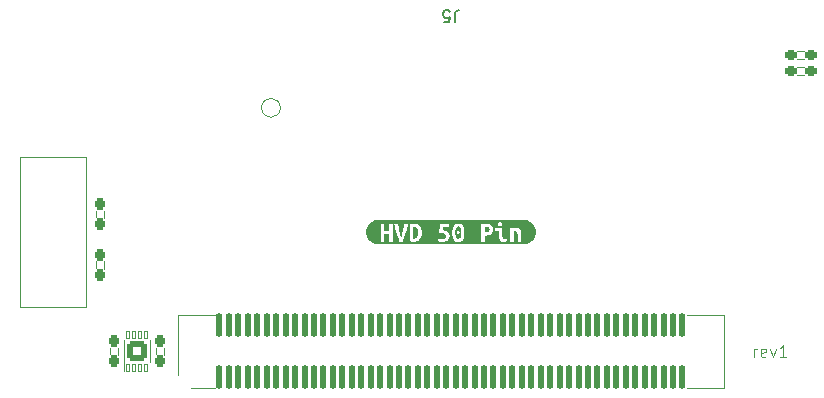
<source format=gto>
G04 #@! TF.GenerationSoftware,KiCad,Pcbnew,8.0.6*
G04 #@! TF.CreationDate,2024-11-07T02:26:42-08:00*
G04 #@! TF.ProjectId,hvd-50-hd,6876642d-3530-42d6-9864-2e6b69636164,1*
G04 #@! TF.SameCoordinates,Original*
G04 #@! TF.FileFunction,Legend,Top*
G04 #@! TF.FilePolarity,Positive*
%FSLAX46Y46*%
G04 Gerber Fmt 4.6, Leading zero omitted, Abs format (unit mm)*
G04 Created by KiCad (PCBNEW 8.0.6) date 2024-11-07 02:26:42*
%MOMM*%
%LPD*%
G01*
G04 APERTURE LIST*
G04 Aperture macros list*
%AMRoundRect*
0 Rectangle with rounded corners*
0 $1 Rounding radius*
0 $2 $3 $4 $5 $6 $7 $8 $9 X,Y pos of 4 corners*
0 Add a 4 corners polygon primitive as box body*
4,1,4,$2,$3,$4,$5,$6,$7,$8,$9,$2,$3,0*
0 Add four circle primitives for the rounded corners*
1,1,$1+$1,$2,$3*
1,1,$1+$1,$4,$5*
1,1,$1+$1,$6,$7*
1,1,$1+$1,$8,$9*
0 Add four rect primitives between the rounded corners*
20,1,$1+$1,$2,$3,$4,$5,0*
20,1,$1+$1,$4,$5,$6,$7,0*
20,1,$1+$1,$6,$7,$8,$9,0*
20,1,$1+$1,$8,$9,$2,$3,0*%
G04 Aperture macros list end*
%ADD10C,0.100000*%
%ADD11C,0.150000*%
%ADD12C,0.120000*%
%ADD13C,0.000000*%
%ADD14C,0.800000*%
%ADD15C,1.200000*%
%ADD16RoundRect,0.125000X0.125000X0.925000X-0.125000X0.925000X-0.125000X-0.925000X0.125000X-0.925000X0*%
%ADD17RoundRect,0.225000X0.225000X-0.275000X0.225000X0.275000X-0.225000X0.275000X-0.225000X-0.275000X0*%
%ADD18RoundRect,0.225000X-0.225000X0.275000X-0.225000X-0.275000X0.225000X-0.275000X0.225000X0.275000X0*%
%ADD19C,6.500000*%
%ADD20RoundRect,0.225000X0.275000X0.225000X-0.275000X0.225000X-0.275000X-0.225000X0.275000X-0.225000X0*%
%ADD21RoundRect,0.225000X-0.275000X-0.225000X0.275000X-0.225000X0.275000X0.225000X-0.275000X0.225000X0*%
%ADD22C,1.300000*%
%ADD23C,4.200000*%
%ADD24RoundRect,0.062500X0.137500X-0.287500X0.137500X0.287500X-0.137500X0.287500X-0.137500X-0.287500X0*%
%ADD25RoundRect,0.265625X0.584375X-0.584375X0.584375X0.584375X-0.584375X0.584375X-0.584375X-0.584375X0*%
%ADD26C,2.300000*%
%ADD27C,2.700000*%
%ADD28C,1.950000*%
G04 APERTURE END LIST*
D10*
X-11857143Y3542581D02*
X-11857143Y4209248D01*
X-11857143Y4018772D02*
X-11809524Y4114010D01*
X-11809524Y4114010D02*
X-11761905Y4161629D01*
X-11761905Y4161629D02*
X-11666667Y4209248D01*
X-11666667Y4209248D02*
X-11571429Y4209248D01*
X-10857143Y3590200D02*
X-10952381Y3542581D01*
X-10952381Y3542581D02*
X-11142857Y3542581D01*
X-11142857Y3542581D02*
X-11238095Y3590200D01*
X-11238095Y3590200D02*
X-11285714Y3685439D01*
X-11285714Y3685439D02*
X-11285714Y4066391D01*
X-11285714Y4066391D02*
X-11238095Y4161629D01*
X-11238095Y4161629D02*
X-11142857Y4209248D01*
X-11142857Y4209248D02*
X-10952381Y4209248D01*
X-10952381Y4209248D02*
X-10857143Y4161629D01*
X-10857143Y4161629D02*
X-10809524Y4066391D01*
X-10809524Y4066391D02*
X-10809524Y3971153D01*
X-10809524Y3971153D02*
X-11285714Y3875915D01*
X-10476190Y4209248D02*
X-10238095Y3542581D01*
X-10238095Y3542581D02*
X-10000000Y4209248D01*
X-9095238Y3542581D02*
X-9666666Y3542581D01*
X-9380952Y3542581D02*
X-9380952Y4542581D01*
X-9380952Y4542581D02*
X-9476190Y4399724D01*
X-9476190Y4399724D02*
X-9571428Y4304486D01*
X-9571428Y4304486D02*
X-9666666Y4256867D01*
D11*
X-37166667Y31854820D02*
X-37166667Y32569105D01*
X-37166667Y32569105D02*
X-37119048Y32711962D01*
X-37119048Y32711962D02*
X-37023810Y32807200D01*
X-37023810Y32807200D02*
X-36880953Y32854820D01*
X-36880953Y32854820D02*
X-36785715Y32854820D01*
X-38119048Y31854820D02*
X-37642858Y31854820D01*
X-37642858Y31854820D02*
X-37595239Y32331010D01*
X-37595239Y32331010D02*
X-37642858Y32283391D01*
X-37642858Y32283391D02*
X-37738096Y32235772D01*
X-37738096Y32235772D02*
X-37976191Y32235772D01*
X-37976191Y32235772D02*
X-38071429Y32283391D01*
X-38071429Y32283391D02*
X-38119048Y32331010D01*
X-38119048Y32331010D02*
X-38166667Y32426248D01*
X-38166667Y32426248D02*
X-38166667Y32664343D01*
X-38166667Y32664343D02*
X-38119048Y32759581D01*
X-38119048Y32759581D02*
X-38071429Y32807200D01*
X-38071429Y32807200D02*
X-37976191Y32854820D01*
X-37976191Y32854820D02*
X-37738096Y32854820D01*
X-37738096Y32854820D02*
X-37642858Y32807200D01*
X-37642858Y32807200D02*
X-37595239Y32759581D01*
D12*
G04 #@! TO.C,J1*
X-60600001Y7100000D02*
X-60600000Y2000000D01*
X-60600001Y7100000D02*
X-57500001Y7100000D01*
X-59500000Y900000D02*
X-57500001Y900000D01*
X-17499999Y7100000D02*
X-14399999Y7100000D01*
X-17499999Y900000D02*
X-14399999Y900000D01*
X-14399999Y7100000D02*
X-14399999Y900000D01*
D10*
G04 #@! TO.C,R3*
X-67549999Y11600000D02*
X-67549999Y11000000D01*
X-66850001Y11000000D02*
X-66850001Y11600000D01*
G04 #@! TO.C,R2*
X-67549999Y15900000D02*
X-67549999Y15300000D01*
X-66850001Y15300000D02*
X-66850001Y15900000D01*
D13*
G04 #@! TO.C,kibuzzard-672C6174*
G36*
X-34376111Y14531038D02*
G01*
X-34292811Y14490145D01*
X-34239196Y14416539D01*
X-34221325Y14304766D01*
X-34239499Y14186935D01*
X-34294023Y14109693D01*
X-34384289Y14066983D01*
X-34509693Y14052746D01*
X-34630856Y14052746D01*
X-34630856Y14537399D01*
X-34556947Y14543457D01*
X-34483037Y14544669D01*
X-34376111Y14531038D01*
G37*
G36*
X-40439418Y14502262D02*
G01*
X-40340065Y14389580D01*
X-40289176Y14227221D01*
X-40274637Y14038207D01*
X-40279180Y13931280D01*
X-40292811Y13833441D01*
X-40353393Y13672294D01*
X-40464863Y13565670D01*
X-40635703Y13526898D01*
X-40662359Y13526898D01*
X-40689015Y13529321D01*
X-40689015Y14537399D01*
X-40645396Y14543457D01*
X-40601777Y14544669D01*
X-40439418Y14502262D01*
G37*
G36*
X-36768477Y14532855D02*
G01*
X-36689418Y14431987D01*
X-36653743Y14328729D01*
X-36632337Y14198277D01*
X-36625202Y14040630D01*
X-36632337Y13881637D01*
X-36653743Y13750377D01*
X-36689418Y13646850D01*
X-36768477Y13545981D01*
X-36874798Y13513108D01*
X-36877221Y13512359D01*
X-36984451Y13545981D01*
X-37063813Y13646850D01*
X-37100162Y13750377D01*
X-37121971Y13881637D01*
X-37129241Y14040630D01*
X-37128123Y14064863D01*
X-37010501Y14064863D01*
X-36974152Y13952181D01*
X-36874798Y13904927D01*
X-36779079Y13952181D01*
X-36741519Y14064863D01*
X-36779079Y14178756D01*
X-36874798Y14227221D01*
X-36974152Y14178756D01*
X-37010501Y14064863D01*
X-37128123Y14064863D01*
X-37121971Y14198277D01*
X-37100162Y14328729D01*
X-37063813Y14431987D01*
X-36984451Y14532855D01*
X-36877221Y14566478D01*
X-36768477Y14532855D01*
G37*
G36*
X-31263343Y15141407D02*
G01*
X-31161761Y15126339D01*
X-31062146Y15101386D01*
X-30965455Y15066790D01*
X-30872622Y15022883D01*
X-30784539Y14970088D01*
X-30702055Y14908914D01*
X-30625964Y14839949D01*
X-30556999Y14763858D01*
X-30495825Y14681374D01*
X-30443030Y14593291D01*
X-30399123Y14500458D01*
X-30364526Y14403767D01*
X-30339574Y14304151D01*
X-30324506Y14202570D01*
X-30319467Y14100000D01*
X-30324506Y13997430D01*
X-30339574Y13895849D01*
X-30364526Y13796233D01*
X-30399123Y13699542D01*
X-30443030Y13606709D01*
X-30495825Y13518626D01*
X-30556999Y13436142D01*
X-30625964Y13360051D01*
X-30702055Y13291086D01*
X-30784539Y13229912D01*
X-30872622Y13177117D01*
X-30965455Y13133210D01*
X-31062146Y13098614D01*
X-31161761Y13073661D01*
X-31263343Y13058593D01*
X-31365913Y13053554D01*
X-31567851Y13053554D01*
X-33038772Y13053554D01*
X-34630856Y13053554D01*
X-36877221Y13053554D01*
X-38205170Y13053554D01*
X-40667205Y13053554D01*
X-41878837Y13053554D01*
X-42438611Y13053554D01*
X-43432149Y13053554D01*
X-43634087Y13053554D01*
X-43736657Y13058593D01*
X-43838239Y13073661D01*
X-43937854Y13098614D01*
X-44034545Y13133210D01*
X-44127378Y13177117D01*
X-44215461Y13229912D01*
X-44292429Y13286995D01*
X-43432149Y13286995D01*
X-43134087Y13286995D01*
X-43134087Y13948546D01*
X-42736672Y13948546D01*
X-42736672Y13286995D01*
X-42438611Y13286995D01*
X-42438611Y14786995D01*
X-42298061Y14786995D01*
X-42270194Y14651292D01*
X-42230210Y14481664D01*
X-42198169Y14354712D01*
X-42163436Y14222644D01*
X-42126010Y14085460D01*
X-42086430Y13945584D01*
X-42045234Y13805439D01*
X-42002423Y13665024D01*
X-41938813Y13465105D01*
X-41878837Y13286995D01*
X-41571082Y13286995D01*
X-41524771Y13416101D01*
X-41479537Y13548169D01*
X-41435380Y13683199D01*
X-41392973Y13818901D01*
X-41352989Y13952989D01*
X-41315428Y14085460D01*
X-41263934Y14278413D01*
X-41218498Y14462278D01*
X-41179422Y14633118D01*
X-41151094Y14767609D01*
X-40987076Y14767609D01*
X-40987076Y13303958D01*
X-40823506Y13276090D01*
X-40667205Y13267609D01*
X-40520901Y13278211D01*
X-40387318Y13310016D01*
X-40337587Y13333037D01*
X-38609855Y13333037D01*
X-38540792Y13306381D01*
X-38440226Y13280937D01*
X-38323910Y13262763D01*
X-38205170Y13255493D01*
X-38066438Y13264580D01*
X-37945880Y13291842D01*
X-37843498Y13335460D01*
X-37759289Y13393619D01*
X-37647819Y13547496D01*
X-37611470Y13740145D01*
X-37627894Y13880695D01*
X-37677167Y13998627D01*
X-37713356Y14040630D01*
X-37398223Y14040630D01*
X-37389893Y13854645D01*
X-37364903Y13694103D01*
X-37323253Y13559006D01*
X-37264943Y13449354D01*
X-37162628Y13341653D01*
X-37033387Y13277033D01*
X-36877221Y13255493D01*
X-36721055Y13277033D01*
X-36591815Y13341653D01*
X-36489499Y13449354D01*
X-36431189Y13559006D01*
X-36389540Y13694103D01*
X-36364550Y13854645D01*
X-36356220Y14040630D01*
X-36364550Y14225480D01*
X-36389540Y14385036D01*
X-36431189Y14519300D01*
X-36489499Y14628271D01*
X-36591815Y14735299D01*
X-36656842Y14767609D01*
X-34928918Y14767609D01*
X-34928918Y13286995D01*
X-34630856Y13286995D01*
X-34630856Y13793457D01*
X-34524233Y13793457D01*
X-34345046Y13806785D01*
X-34195207Y13846769D01*
X-34074717Y13913409D01*
X-33986537Y14009935D01*
X-33933630Y14139580D01*
X-33915994Y14302342D01*
X-33929416Y14425929D01*
X-33760905Y14425929D01*
X-33760905Y14178756D01*
X-33445880Y14178756D01*
X-33445880Y13759532D01*
X-33441034Y13647456D01*
X-33426494Y13548708D01*
X-33359855Y13392407D01*
X-33233845Y13294265D01*
X-33145699Y13268821D01*
X-33038772Y13260339D01*
X-32889742Y13276090D01*
X-32716478Y13335460D01*
X-32755250Y13575363D01*
X-32886107Y13530533D01*
X-32985460Y13519628D01*
X-33110258Y13569305D01*
X-33147819Y13720759D01*
X-33147819Y14389580D01*
X-32483845Y14389580D01*
X-32483845Y13286995D01*
X-32185784Y13286995D01*
X-32185784Y14181179D01*
X-32116721Y14188449D01*
X-32050081Y14190872D01*
X-31902262Y14120598D01*
X-31875000Y14027908D01*
X-31865913Y13890388D01*
X-31865913Y13286995D01*
X-31567851Y13286995D01*
X-31567851Y13929160D01*
X-31573304Y14040327D01*
X-31589661Y14141195D01*
X-31663570Y14305977D01*
X-31805331Y14412601D01*
X-31906502Y14440771D01*
X-32030695Y14450162D01*
X-32163671Y14445315D01*
X-32286349Y14430775D01*
X-32394487Y14410784D01*
X-32483845Y14389580D01*
X-33147819Y14389580D01*
X-33147819Y14425929D01*
X-33348950Y14425929D01*
X-33760905Y14425929D01*
X-33929416Y14425929D01*
X-33933495Y14463489D01*
X-33985999Y14591519D01*
X-34073506Y14686430D01*
X-34192784Y14751723D01*
X-34197863Y14753069D01*
X-33535541Y14753069D01*
X-33481018Y14614943D01*
X-33348950Y14564055D01*
X-33215670Y14614943D01*
X-33159935Y14753069D01*
X-33215670Y14893619D01*
X-33348950Y14944507D01*
X-33481018Y14893619D01*
X-33535541Y14753069D01*
X-34197863Y14753069D01*
X-34340603Y14790899D01*
X-34516963Y14803958D01*
X-34611470Y14801535D01*
X-34720517Y14795477D01*
X-34830775Y14784572D01*
X-34928918Y14767609D01*
X-36656842Y14767609D01*
X-36721055Y14799515D01*
X-36877221Y14820921D01*
X-37030964Y14799381D01*
X-37159397Y14734760D01*
X-37262520Y14627060D01*
X-37321890Y14517710D01*
X-37364297Y14383522D01*
X-37389742Y14224495D01*
X-37398223Y14040630D01*
X-37713356Y14040630D01*
X-37759289Y14093942D01*
X-37874798Y14166101D01*
X-38024233Y14214567D01*
X-38207593Y14239338D01*
X-38195477Y14377464D01*
X-38183360Y14539822D01*
X-37667205Y14539822D01*
X-37667205Y14786995D01*
X-38432956Y14786995D01*
X-38442044Y14601918D01*
X-38454766Y14410178D01*
X-38471729Y14212985D01*
X-38493538Y14011551D01*
X-38326939Y14006401D01*
X-38195477Y13990953D01*
X-38019790Y13932795D01*
X-37937399Y13843134D01*
X-37916801Y13728029D01*
X-37928918Y13648061D01*
X-37973748Y13578998D01*
X-38063409Y13529321D01*
X-38207593Y13509935D01*
X-38320880Y13515388D01*
X-38413570Y13531745D01*
X-38549273Y13580210D01*
X-38609855Y13333037D01*
X-40337587Y13333037D01*
X-40268881Y13364842D01*
X-40168013Y13444507D01*
X-40085925Y13550222D01*
X-40023829Y13683199D01*
X-39984754Y13845254D01*
X-39971729Y14038207D01*
X-39983542Y14226918D01*
X-40018982Y14385945D01*
X-40075626Y14517407D01*
X-40151050Y14623425D01*
X-40245254Y14704301D01*
X-40358239Y14760339D01*
X-40486975Y14793053D01*
X-40628433Y14803958D01*
X-40795638Y14796688D01*
X-40987076Y14767609D01*
X-41151094Y14767609D01*
X-41147011Y14786995D01*
X-41459612Y14786995D01*
X-41481422Y14660985D01*
X-41508078Y14515590D01*
X-41538368Y14358380D01*
X-41571082Y14196931D01*
X-41606220Y14034572D01*
X-41643780Y13874637D01*
X-41682553Y13724697D01*
X-41721325Y13592326D01*
X-41760400Y13726515D01*
X-41800081Y13877060D01*
X-41838853Y14036995D01*
X-41875202Y14199354D01*
X-41908825Y14360501D01*
X-41939418Y14516801D01*
X-41964863Y14661288D01*
X-41983037Y14786995D01*
X-42298061Y14786995D01*
X-42438611Y14786995D01*
X-42736672Y14786995D01*
X-42736672Y14195719D01*
X-43134087Y14195719D01*
X-43134087Y14786995D01*
X-43432149Y14786995D01*
X-43432149Y13286995D01*
X-44292429Y13286995D01*
X-44297945Y13291086D01*
X-44374036Y13360051D01*
X-44443001Y13436142D01*
X-44504175Y13518626D01*
X-44556970Y13606709D01*
X-44600877Y13699542D01*
X-44635474Y13796233D01*
X-44660426Y13895849D01*
X-44675494Y13997430D01*
X-44680533Y14100000D01*
X-44675494Y14202570D01*
X-44660426Y14304151D01*
X-44635474Y14403767D01*
X-44600877Y14500458D01*
X-44556970Y14593291D01*
X-44504175Y14681374D01*
X-44443001Y14763858D01*
X-44374036Y14839949D01*
X-44297945Y14908914D01*
X-44215461Y14970088D01*
X-44127378Y15022883D01*
X-44034545Y15066790D01*
X-43937854Y15101386D01*
X-43838239Y15126339D01*
X-43736657Y15141407D01*
X-43634087Y15146446D01*
X-43432149Y15146446D01*
X-31567851Y15146446D01*
X-31365913Y15146446D01*
X-31263343Y15141407D01*
G37*
D10*
G04 #@! TO.C,C1*
X-66399999Y3700000D02*
X-66399999Y4300000D01*
X-65700001Y4300000D02*
X-65700001Y3700000D01*
G04 #@! TO.C,R4*
X-8200000Y27400001D02*
X-7600000Y27400001D01*
X-7600000Y28099999D02*
X-8200000Y28099999D01*
G04 #@! TO.C,C2*
X-8200000Y29399999D02*
X-7600000Y29399999D01*
X-7600000Y28700001D02*
X-8200000Y28700001D01*
D12*
G04 #@! TO.C,J5*
X-51940003Y24606000D02*
G75*
G02*
X-53539999Y24606000I-799998J0D01*
G01*
X-53539999Y24606000D02*
G75*
G02*
X-51940003Y24606000I799998J0D01*
G01*
D10*
G04 #@! TO.C,R1*
X-62499999Y4300000D02*
X-62499999Y3700000D01*
X-61800001Y3700000D02*
X-61800001Y4300000D01*
G04 #@! TO.C,U1*
X-65200000Y2300000D02*
X-65200000Y4950000D01*
X-63000000Y4950000D02*
X-63000000Y3050000D01*
G04 #@! TO.C,J3*
X-68370000Y7770001D02*
X-73969999Y7770000D01*
X-73969999Y20440000D01*
X-68369999Y20440000D01*
X-68370000Y7770001D01*
G04 #@! TD*
%LPC*%
D14*
G04 #@! TO.C,J1*
X-15400000Y4000000D03*
D15*
X-59600000Y4000000D03*
D16*
X-57100000Y1800000D03*
X-57100000Y6200000D03*
X-56300000Y1800001D03*
X-56300000Y6199999D03*
X-55500000Y1800000D03*
X-55500000Y6200000D03*
X-54700001Y1800000D03*
X-54700001Y6200000D03*
X-53900000Y1800000D03*
X-53900000Y6200000D03*
X-53100000Y1800000D03*
X-53100000Y6200000D03*
X-52299999Y1800000D03*
X-52299999Y6200000D03*
X-51500000Y1800000D03*
X-51500000Y6200000D03*
X-50700000Y1800001D03*
X-50700000Y6199999D03*
X-49900000Y1800000D03*
X-49900000Y6200000D03*
X-49100000Y1800000D03*
X-49100000Y6200000D03*
X-48300000Y1800000D03*
X-48300000Y6200000D03*
X-47500000Y1800000D03*
X-47500000Y6200000D03*
X-46699999Y1800000D03*
X-46699999Y6200000D03*
X-45900000Y1800000D03*
X-45900000Y6200000D03*
X-45100000Y1800001D03*
X-45100000Y6199999D03*
X-44300000Y1800000D03*
X-44300000Y6200000D03*
X-43500000Y1800000D03*
X-43500000Y6200000D03*
X-42700000Y1800000D03*
X-42700000Y6200000D03*
X-41900000Y1800000D03*
X-41900000Y6200000D03*
X-41099999Y1800000D03*
X-41099999Y6200000D03*
X-40300000Y1800000D03*
X-40300000Y6200000D03*
X-39500000Y1800001D03*
X-39500000Y6199999D03*
X-38700000Y1800000D03*
X-38700000Y6200000D03*
X-37900000Y1800000D03*
X-37900000Y6200000D03*
X-37100000Y1800000D03*
X-37100000Y6200000D03*
X-36300000Y1800000D03*
X-36300000Y6200000D03*
X-35500000Y1800001D03*
X-35500000Y6199999D03*
X-34700000Y1800000D03*
X-34700000Y6200000D03*
X-33900001Y1800000D03*
X-33900001Y6200000D03*
X-33100000Y1800000D03*
X-33100000Y6200000D03*
X-32300000Y1800000D03*
X-32300000Y6200000D03*
X-31500000Y1800000D03*
X-31500000Y6200000D03*
X-30700000Y1800000D03*
X-30700000Y6200000D03*
X-29900000Y1800001D03*
X-29900000Y6199999D03*
X-29100000Y1800000D03*
X-29100000Y6200000D03*
X-28300001Y1800000D03*
X-28300001Y6200000D03*
X-27500000Y1800000D03*
X-27500000Y6200000D03*
X-26700000Y1800000D03*
X-26700000Y6200000D03*
X-25900000Y1800000D03*
X-25900000Y6200000D03*
X-25100000Y1800000D03*
X-25100000Y6200000D03*
X-24300000Y1800001D03*
X-24300000Y6199999D03*
X-23500000Y1800000D03*
X-23500000Y6200000D03*
X-22700001Y1800000D03*
X-22700001Y6200000D03*
X-21900000Y1800000D03*
X-21900000Y6200000D03*
X-21100000Y1800000D03*
X-21100000Y6200000D03*
X-20299999Y1800000D03*
X-20299999Y6200000D03*
X-19500000Y1800000D03*
X-19500000Y6200000D03*
X-18700000Y1800001D03*
X-18700000Y6199999D03*
X-17900000Y1800000D03*
X-17900000Y6200000D03*
G04 #@! TD*
D17*
G04 #@! TO.C,R3*
X-67200000Y10450000D03*
X-67200000Y12150000D03*
G04 #@! TD*
D18*
G04 #@! TO.C,R2*
X-67200000Y16450000D03*
X-67200000Y14750000D03*
G04 #@! TD*
D17*
G04 #@! TO.C,C1*
X-66050000Y3150000D03*
X-66050000Y4850000D03*
G04 #@! TD*
D19*
G04 #@! TO.C,H4*
X-4000000Y4000000D03*
G04 #@! TD*
D20*
G04 #@! TO.C,R4*
X-7050000Y27750000D03*
X-8750000Y27750000D03*
G04 #@! TD*
D21*
G04 #@! TO.C,C2*
X-8750000Y29050000D03*
X-7050000Y29050000D03*
G04 #@! TD*
D22*
G04 #@! TO.C,J5*
X-52740001Y24606000D03*
X-51470000Y26511001D03*
X-50200000Y24606000D03*
X-48930001Y26511001D03*
X-47659999Y24606000D03*
X-46390000Y26510998D03*
X-45119999Y24606000D03*
X-43850001Y26511001D03*
X-42579998Y24606000D03*
X-41310001Y26511001D03*
X-40039997Y24606000D03*
X-38770000Y26511001D03*
X-37500000Y24606000D03*
X-36229999Y26510998D03*
X-34959999Y24606000D03*
X-33690000Y26510998D03*
X-32419998Y24606000D03*
X-31149999Y26511001D03*
X-29880001Y24606000D03*
X-28610000Y26511001D03*
X-27340000Y24606000D03*
X-26070000Y26511001D03*
X-24799999Y24606000D03*
X-23530000Y26510998D03*
X-22259999Y24606000D03*
X-52740002Y28416000D03*
X-51470000Y30320999D03*
X-50200002Y28415999D03*
X-48929998Y30320999D03*
X-47660000Y28415999D03*
X-46389999Y30320999D03*
X-45120000Y28415999D03*
X-43849998Y30320999D03*
X-42580001Y28415999D03*
X-41309999Y30320999D03*
X-40040000Y28416000D03*
X-38770000Y30320999D03*
X-37500000Y28415999D03*
X-36229999Y30320999D03*
X-34960002Y28415999D03*
X-33689997Y30320999D03*
X-32420000Y28415999D03*
X-31149999Y30320999D03*
X-29880002Y28416000D03*
X-28610000Y30320998D03*
X-27340002Y28415999D03*
X-26069998Y30320999D03*
X-24800000Y28415999D03*
X-23529999Y30320999D03*
X-22260000Y28415999D03*
D23*
X-14258999Y28415999D03*
X-60741000Y28415999D03*
G04 #@! TD*
D17*
G04 #@! TO.C,R1*
X-62150000Y3150000D03*
X-62150000Y4850000D03*
G04 #@! TD*
D24*
G04 #@! TO.C,U1*
X-64850001Y2600000D03*
X-64350000Y2600000D03*
X-63850000Y2600000D03*
X-63349999Y2600000D03*
X-63349999Y5400000D03*
X-63850000Y5400000D03*
X-64350000Y5400000D03*
X-64850001Y5400000D03*
D25*
X-64100000Y4000000D03*
G04 #@! TD*
D26*
G04 #@! TO.C,J3*
X-72440000Y10870000D03*
D27*
X-69900000Y17340000D03*
D28*
X-72440000Y16010000D03*
X-69900000Y14740000D03*
X-72440000Y13470000D03*
X-69900000Y12200000D03*
G04 #@! TD*
D19*
G04 #@! TO.C,H3*
X-71000000Y4000000D03*
G04 #@! TD*
G36*
X-56961Y21530315D02*
G01*
X-11206Y21477511D01*
X0Y21426000D01*
X0Y12474000D01*
X-19685Y12406961D01*
X-72489Y12361206D01*
X-124000Y12350000D01*
X-2376000Y12350000D01*
X-2443039Y12369685D01*
X-2488794Y12422489D01*
X-2500000Y12474000D01*
X-2500000Y21426000D01*
X-2480315Y21493039D01*
X-2427511Y21538794D01*
X-2376000Y21550000D01*
X-124000Y21550000D01*
X-56961Y21530315D01*
G37*
%LPD*%
M02*

</source>
